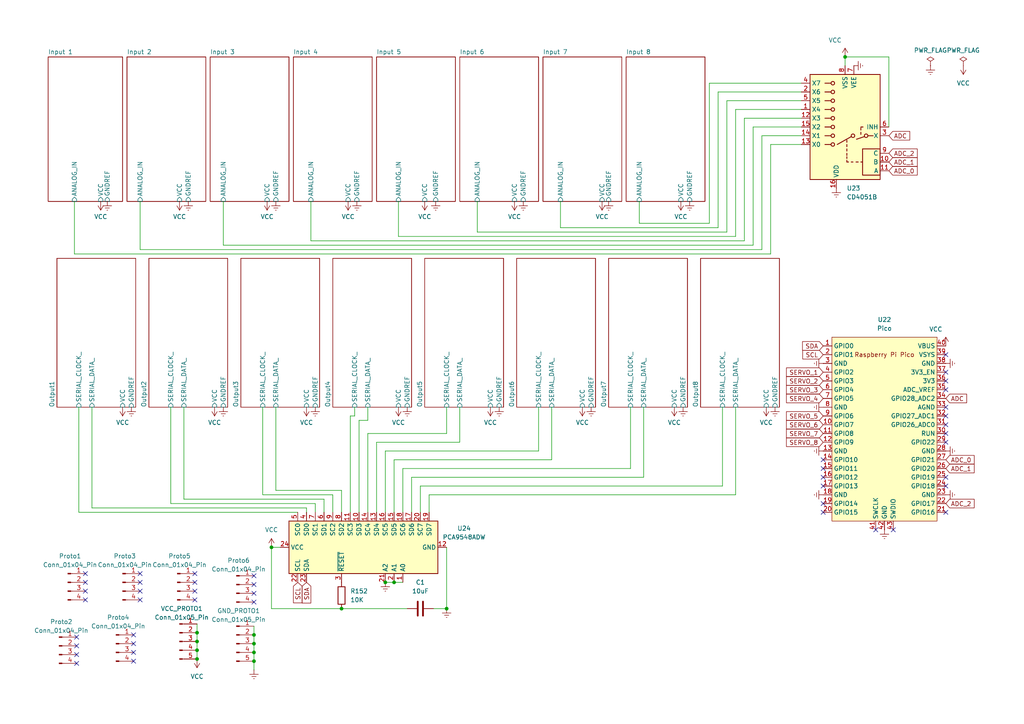
<source format=kicad_sch>
(kicad_sch (version 20231120) (generator "eeschema") (generator_version "8.0")
  (paper "A4")
  (lib_symbols
    (symbol "Analog_Switch:CD4051B"
      (property "Reference" "U" (at -10.16 16.51 0))
      (property "Value" "CD4051B" (at 3.81 16.51 0))
      (symbol "CD4051B_0_1"
        (rectangle (start -10.16 6.35) (end -5.08 13.97) (stroke (width 0.254)))
        (rectangle (start -10.16 15.24) (end 10.16 -15.24) (stroke (width 0.254)) (fill (type background)))
        (circle (center -6.096 2.54) (radius 0.508) (stroke (width 0.254)))
        (circle (center -2.286 2.54) (radius 0.508) (stroke (width 0.254)))
        (polyline (pts (xy -8.128 2.54) (xy -6.604 2.54)) (stroke (width 0.254)))
        (polyline (pts (xy -5.588 2.794) (xy -3.302 3.556)) (stroke (width 0.254)))
        (polyline (pts (xy -4.572 0) (xy -5.207 0)) (stroke (width 0.254)))
        (polyline (pts (xy -4.572 0.254) (xy -4.572 0.889)) (stroke (width 0.254)))
        (polyline (pts (xy -4.572 1.524) (xy -4.572 2.159)) (stroke (width 0.254)))
        (polyline (pts (xy -4.572 10.16) (xy -5.08 10.16)) (stroke (width 0.254)))
        (polyline (pts (xy -3.81 10.16) (xy -3.175 10.16)) (stroke (width 0.254)))
        (polyline (pts (xy -1.778 2.794) (xy 2.286 5.08)) (stroke (width 0.254)))
        (polyline (pts (xy -1.778 10.16) (xy -2.286 10.16)) (stroke (width 0.254)))
        (polyline (pts (xy -0.508 3.81) (xy -0.508 4.445)) (stroke (width 0.254)))
        (polyline (pts (xy -0.508 5.08) (xy -0.508 5.715)) (stroke (width 0.254)))
        (polyline (pts (xy -0.508 6.35) (xy -0.508 6.985)) (stroke (width 0.254)))
        (polyline (pts (xy -0.508 7.62) (xy -0.508 8.255)) (stroke (width 0.254)))
        (polyline (pts (xy -0.508 8.636) (xy -0.508 9.144)) (stroke (width 0.254)))
        (polyline (pts (xy -0.508 9.652) (xy -0.508 10.16)) (stroke (width 0.254)))
        (polyline (pts (xy -0.508 10.16) (xy -1.016 10.16)) (stroke (width 0.254)))
        (polyline (pts (xy 4.064 -12.7) (xy 5.842 -12.7)) (stroke (width 0.254)))
        (polyline (pts (xy 4.064 -10.16) (xy 5.842 -10.16)) (stroke (width 0.254)))
        (polyline (pts (xy 4.064 -7.62) (xy 5.842 -7.62)) (stroke (width 0.254)))
        (polyline (pts (xy 4.064 -5.08) (xy 5.842 -5.08)) (stroke (width 0.254)))
        (polyline (pts (xy 4.064 -2.54) (xy 5.842 -2.54)) (stroke (width 0.254)))
        (polyline (pts (xy 4.064 0) (xy 5.842 0)) (stroke (width 0.254)))
        (polyline (pts (xy 4.064 2.54) (xy 5.842 2.54)) (stroke (width 0.254)))
        (polyline (pts (xy 4.064 5.08) (xy 5.842 5.08)) (stroke (width 0.254)))
        (circle (center 3.556 -12.7) (radius 0.508) (stroke (width 0.254)))
        (circle (center 3.556 -10.16) (radius 0.508) (stroke (width 0.254)))
        (circle (center 3.556 -7.62) (radius 0.508) (stroke (width 0.254)))
        (circle (center 3.556 -5.08) (radius 0.508) (stroke (width 0.254)))
        (circle (center 3.556 -2.54) (radius 0.508) (stroke (width 0.254)))
        (circle (center 3.556 0) (radius 0.508) (stroke (width 0.254)))
        (circle (center 3.556 2.54) (radius 0.508) (stroke (width 0.254)))
        (circle (center 3.556 5.08) (radius 0.508) (stroke (width 0.254)))
      )
      (symbol "CD4051B_1_1"
        (pin bidirectional line (at 12.7 -5.08 180) (length 2.54) (name "X4") (number "1"))
        (pin input line (at -12.7 10.16 0) (length 2.54) (name "B") (number "10"))
        (pin input line (at -12.7 12.7 0) (length 2.54) (name "A") (number "11"))
        (pin bidirectional line (at 12.7 -2.54 180) (length 2.54) (name "X3") (number "12"))
        (pin bidirectional line (at 12.7 5.08 180) (length 2.54) (name "X0") (number "13"))
        (pin bidirectional line (at 12.7 2.54 180) (length 2.54) (name "X1") (number "14"))
        (pin bidirectional line (at 12.7 0 180) (length 2.54) (name "X2") (number "15"))
        (pin power_in line (at 2.54 17.78 270) (length 2.54) (name "VDD") (number "16"))
        (pin bidirectional line (at 12.7 -10.16 180) (length 2.54) (name "X6") (number "2"))
        (pin bidirectional line (at -12.7 2.54 0) (length 2.54) (name "X") (number "3"))
        (pin bidirectional line (at 12.7 -12.7 180) (length 2.54) (name "X7") (number "4"))
        (pin bidirectional line (at 12.7 -7.62 180) (length 2.54) (name "X5") (number "5"))
        (pin input line (at -12.7 0 0) (length 2.54) (name "INH") (number "6"))
        (pin power_in line (at -2.54 -17.78 90) (length 2.54) (name "VEE") (number "7"))
        (pin power_in line (at 0 -17.78 90) (length 2.54) (name "VSS") (number "8"))
        (pin input line (at -12.7 7.62 0) (length 2.54) (name "C") (number "9"))
      )
    )
    (symbol "Connector:Conn_01x04_Pin" (pin_names (offset 1.016) hide)
      (property "Reference" "J" (at 0 5.08 0))
      (property "Value" "Conn_01x04_Pin" (at 0 -7.62 0))
      (symbol "Conn_01x04_Pin_1_1"
        (polyline (pts (xy 1.27 -5.08) (xy 0.8636 -5.08)) (stroke (width 0.1524)))
        (polyline (pts (xy 1.27 -2.54) (xy 0.8636 -2.54)) (stroke (width 0.1524)))
        (polyline (pts (xy 1.27 0) (xy 0.8636 0)) (stroke (width 0.1524)))
        (polyline (pts (xy 1.27 2.54) (xy 0.8636 2.54)) (stroke (width 0.1524)))
        (rectangle (start 0.8636 -4.953) (end 0 -5.207) (stroke (width 0.1524)) (fill (type outline)))
        (rectangle (start 0.8636 -2.413) (end 0 -2.667) (stroke (width 0.1524)) (fill (type outline)))
        (rectangle (start 0.8636 0.127) (end 0 -0.127) (stroke (width 0.1524)) (fill (type outline)))
        (rectangle (start 0.8636 2.667) (end 0 2.413) (stroke (width 0.1524)) (fill (type outline)))
        (pin passive line (at 5.08 2.54 180) (length 3.81) (name "Pin_1") (number "1"))
        (pin passive line (at 5.08 0 180) (length 3.81) (name "Pin_2") (number "2"))
        (pin passive line (at 5.08 -2.54 180) (length 3.81) (name "Pin_3") (number "3"))
        (pin passive line (at 5.08 -5.08 180) (length 3.81) (name "Pin_4") (number "4"))
      )
    )
    (symbol "Connector:Conn_01x05_Pin" (pin_names (offset 1.016) hide)
      (property "Reference" "J" (at 0 7.62 0))
      (property "Value" "Conn_01x05_Pin" (at 0 -7.62 0))
      (symbol "Conn_01x05_Pin_1_1"
        (polyline (pts (xy 1.27 -5.08) (xy 0.8636 -5.08)) (stroke (width 0.1524)))
        (polyline (pts (xy 1.27 -2.54) (xy 0.8636 -2.54)) (stroke (width 0.1524)))
        (polyline (pts (xy 1.27 0) (xy 0.8636 0)) (stroke (width 0.1524)))
        (polyline (pts (xy 1.27 2.54) (xy 0.8636 2.54)) (stroke (width 0.1524)))
        (polyline (pts (xy 1.27 5.08) (xy 0.8636 5.08)) (stroke (width 0.1524)))
        (rectangle (start 0.8636 -4.953) (end 0 -5.207) (stroke (width 0.1524)) (fill (type outline)))
        (rectangle (start 0.8636 -2.413) (end 0 -2.667) (stroke (width 0.1524)) (fill (type outline)))
        (rectangle (start 0.8636 0.127) (end 0 -0.127) (stroke (width 0.1524)) (fill (type outline)))
        (rectangle (start 0.8636 2.667) (end 0 2.413) (stroke (width 0.1524)) (fill (type outline)))
        (rectangle (start 0.8636 5.207) (end 0 4.953) (stroke (width 0.1524)) (fill (type outline)))
        (pin passive line (at 5.08 5.08 180) (length 3.81) (name "Pin_1") (number "1"))
        (pin passive line (at 5.08 2.54 180) (length 3.81) (name "Pin_2") (number "2"))
        (pin passive line (at 5.08 0 180) (length 3.81) (name "Pin_3") (number "3"))
        (pin passive line (at 5.08 -2.54 180) (length 3.81) (name "Pin_4") (number "4"))
        (pin passive line (at 5.08 -5.08 180) (length 3.81) (name "Pin_5") (number "5"))
      )
    )
    (symbol "Device:C" (pin_numbers hide) (pin_names (offset 0.254))
      (property "Reference" "C" (at 0.635 2.54 0))
      (property "Value" "C" (at 0.635 -2.54 0))
      (symbol "C_0_1"
        (polyline (pts (xy -2.032 -0.762) (xy 2.032 -0.762)) (stroke (width 0.508)))
        (polyline (pts (xy -2.032 0.762) (xy 2.032 0.762)) (stroke (width 0.508)))
      )
      (symbol "C_1_1"
        (pin passive line (at 0 3.81 270) (length 2.794) (name "~") (number "1"))
        (pin passive line (at 0 -3.81 90) (length 2.794) (name "~") (number "2"))
      )
    )
    (symbol "Device:R" (pin_numbers hide) (pin_names (offset 0))
      (property "Reference" "R" (at 2.032 0 90))
      (property "Value" "R" (at 0 0 90))
      (symbol "R_0_1"
        (rectangle (start -1.016 -2.54) (end 1.016 2.54) (stroke (width 0.254)))
      )
      (symbol "R_1_1"
        (pin passive line (at 0 3.81 270) (length 1.27) (name "~") (number "1"))
        (pin passive line (at 0 -3.81 90) (length 1.27) (name "~") (number "2"))
      )
    )
    (symbol "Interface_Expansion:PCA9548ADW"
      (property "Reference" "U" (at -7.62 21.59 0))
      (property "Value" "PCA9548ADW" (at 1.016 21.59 0))
      (symbol "PCA9548ADW_0_1"
        (rectangle (start -7.62 20.32) (end 7.62 -22.86) (stroke (width 0.254)) (fill (type background)))
      )
      (symbol "PCA9548ADW_1_1"
        (pin input line (at -10.16 -12.7 0) (length 2.54) (name "A0") (number "1"))
        (pin bidirectional line (at 10.16 0 180) (length 2.54) (name "SD3") (number "10"))
        (pin output line (at 10.16 2.54 180) (length 2.54) (name "SC3") (number "11"))
        (pin power_in line (at 0 -25.4 90) (length 2.54) (name "GND") (number "12"))
        (pin bidirectional line (at 10.16 -5.08 180) (length 2.54) (name "SD4") (number "13"))
        (pin output line (at 10.16 -2.54 180) (length 2.54) (name "SC4") (number "14"))
        (pin bidirectional line (at 10.16 -10.16 180) (length 2.54) (name "SD5") (number "15"))
        (pin output line (at 10.16 -7.62 180) (length 2.54) (name "SC5") (number "16"))
        (pin bidirectional line (at 10.16 -15.24 180) (length 2.54) (name "SD6") (number "17"))
        (pin output line (at 10.16 -12.7 180) (length 2.54) (name "SC6") (number "18"))
        (pin bidirectional line (at 10.16 -20.32 180) (length 2.54) (name "SD7") (number "19"))
        (pin input line (at -10.16 -10.16 0) (length 2.54) (name "A1") (number "2"))
        (pin output line (at 10.16 -17.78 180) (length 2.54) (name "SC7") (number "20"))
        (pin input line (at -10.16 -7.62 0) (length 2.54) (name "A2") (number "21"))
        (pin input line (at -10.16 17.78 0) (length 2.54) (name "SCL") (number "22"))
        (pin bidirectional line (at -10.16 15.24 0) (length 2.54) (name "SDA") (number "23"))
        (pin power_in line (at 0 22.86 270) (length 2.54) (name "VCC") (number "24"))
        (pin input line (at -10.16 5.08 0) (length 2.54) (name "~{RESET}") (number "3"))
        (pin bidirectional line (at 10.16 15.24 180) (length 2.54) (name "SD0") (number "4"))
        (pin output line (at 10.16 17.78 180) (length 2.54) (name "SC0") (number "5"))
        (pin bidirectional line (at 10.16 10.16 180) (length 2.54) (name "SD1") (number "6"))
        (pin output line (at 10.16 12.7 180) (length 2.54) (name "SC1") (number "7"))
        (pin bidirectional line (at 10.16 5.08 180) (length 2.54) (name "SD2") (number "8"))
        (pin output line (at 10.16 7.62 180) (length 2.54) (name "SC2") (number "9"))
      )
    )
    (symbol "MCU_RaspberryPi_and_Boards:Pico"
      (property "Reference" "U" (at -13.97 27.94 0))
      (property "Value" "Pico" (at 0 19.05 0))
      (symbol "Pico_0_0"
        (text "Raspberry Pi Pico" (at 0 21.59 0) (effects (font (size 1.27 1.27))))
      )
      (symbol "Pico_0_1"
        (rectangle (start -15.24 26.67) (end 15.24 -26.67) (fill (type background)))
      )
      (symbol "Pico_1_1"
        (pin bidirectional line (at -17.78 24.13 0) (length 2.54) (name "GPIO0") (number "1"))
        (pin bidirectional line (at -17.78 1.27 0) (length 2.54) (name "GPIO7") (number "10"))
        (pin bidirectional line (at -17.78 -1.27 0) (length 2.54) (name "GPIO8") (number "11"))
        (pin bidirectional line (at -17.78 -3.81 0) (length 2.54) (name "GPIO9") (number "12"))
        (pin power_in line (at -17.78 -6.35 0) (length 2.54) (name "GND") (number "13"))
        (pin bidirectional line (at -17.78 -8.89 0) (length 2.54) (name "GPIO10") (number "14"))
        (pin bidirectional line (at -17.78 -11.43 0) (length 2.54) (name "GPIO11") (number "15"))
        (pin bidirectional line (at -17.78 -13.97 0) (length 2.54) (name "GPIO12") (number "16"))
        (pin bidirectional line (at -17.78 -16.51 0) (length 2.54) (name "GPIO13") (number "17"))
        (pin power_in line (at -17.78 -19.05 0) (length 2.54) (name "GND") (number "18"))
        (pin bidirectional line (at -17.78 -21.59 0) (length 2.54) (name "GPIO14") (number "19"))
        (pin bidirectional line (at -17.78 21.59 0) (length 2.54) (name "GPIO1") (number "2"))
        (pin bidirectional line (at -17.78 -24.13 0) (length 2.54) (name "GPIO15") (number "20"))
        (pin bidirectional line (at 17.78 -24.13 180) (length 2.54) (name "GPIO16") (number "21"))
        (pin bidirectional line (at 17.78 -21.59 180) (length 2.54) (name "GPIO17") (number "22"))
        (pin power_in line (at 17.78 -19.05 180) (length 2.54) (name "GND") (number "23"))
        (pin bidirectional line (at 17.78 -16.51 180) (length 2.54) (name "GPIO18") (number "24"))
        (pin bidirectional line (at 17.78 -13.97 180) (length 2.54) (name "GPIO19") (number "25"))
        (pin bidirectional line (at 17.78 -11.43 180) (length 2.54) (name "GPIO20") (number "26"))
        (pin bidirectional line (at 17.78 -8.89 180) (length 2.54) (name "GPIO21") (number "27"))
        (pin power_in line (at 17.78 -6.35 180) (length 2.54) (name "GND") (number "28"))
        (pin bidirectional line (at 17.78 -3.81 180) (length 2.54) (name "GPIO22") (number "29"))
        (pin power_in line (at -17.78 19.05 0) (length 2.54) (name "GND") (number "3"))
        (pin input line (at 17.78 -1.27 180) (length 2.54) (name "RUN") (number "30"))
        (pin bidirectional line (at 17.78 1.27 180) (length 2.54) (name "GPIO26_ADC0") (number "31"))
        (pin bidirectional line (at 17.78 3.81 180) (length 2.54) (name "GPIO27_ADC1") (number "32"))
        (pin power_in line (at 17.78 6.35 180) (length 2.54) (name "AGND") (number "33"))
        (pin bidirectional line (at 17.78 8.89 180) (length 2.54) (name "GPIO28_ADC2") (number "34"))
        (pin power_in line (at 17.78 11.43 180) (length 2.54) (name "ADC_VREF") (number "35"))
        (pin power_in line (at 17.78 13.97 180) (length 2.54) (name "3V3") (number "36"))
        (pin input line (at 17.78 16.51 180) (length 2.54) (name "3V3_EN") (number "37"))
        (pin bidirectional line (at 17.78 19.05 180) (length 2.54) (name "GND") (number "38"))
        (pin power_in line (at 17.78 21.59 180) (length 2.54) (name "VSYS") (number "39"))
        (pin bidirectional line (at -17.78 16.51 0) (length 2.54) (name "GPIO2") (number "4"))
        (pin power_in line (at 17.78 24.13 180) (length 2.54) (name "VBUS") (number "40"))
        (pin input line (at -2.54 -29.21 90) (length 2.54) (name "SWCLK") (number "41"))
        (pin power_in line (at 0 -29.21 90) (length 2.54) (name "GND") (number "42"))
        (pin bidirectional line (at 2.54 -29.21 90) (length 2.54) (name "SWDIO") (number "43"))
        (pin bidirectional line (at -17.78 13.97 0) (length 2.54) (name "GPIO3") (number "5"))
        (pin bidirectional line (at -17.78 11.43 0) (length 2.54) (name "GPIO4") (number "6"))
        (pin bidirectional line (at -17.78 8.89 0) (length 2.54) (name "GPIO5") (number "7"))
        (pin power_in line (at -17.78 6.35 0) (length 2.54) (name "GND") (number "8"))
        (pin bidirectional line (at -17.78 3.81 0) (length 2.54) (name "GPIO6") (number "9"))
      )
    )
    (symbol "power:GNDREF" (power) (pin_numbers hide) (pin_names (offset 0) hide)
      (property "Value" "GNDREF" (at 0 -3.81 0))
      (symbol "GNDREF_0_1"
        (polyline (pts (xy -0.635 -1.905) (xy 0.635 -1.905)))
        (polyline (pts (xy -0.127 -2.54) (xy 0.127 -2.54)))
        (polyline (pts (xy 0 -1.27) (xy 0 0)))
        (polyline (pts (xy 1.27 -1.27) (xy -1.27 -1.27)))
      )
      (symbol "GNDREF_1_1"
        (pin power_in line (at 0 0 270) (length 0) (name "~") (number "1"))
      )
    )
    (symbol "power:PWR_FLAG" (power) (pin_numbers hide) (pin_names (offset 0) hide)
      (property "Value" "PWR_FLAG" (at 0 3.81 0))
      (symbol "PWR_FLAG_0_0"
        (pin power_out line (at 0 0 90) (length 0) (name "~") (number "1"))
      )
      (symbol "PWR_FLAG_0_1"
        (polyline (pts (xy 0 0) (xy 0 1.27) (xy -1.016 1.905) (xy 0 2.54) (xy 1.016 1.905) (xy 0 1.27)))
      )
    )
    (symbol "power:VCC" (power) (pin_numbers hide) (pin_names (offset 0) hide)
      (property "Value" "VCC" (at 0 3.556 0))
      (symbol "VCC_0_1"
        (polyline (pts (xy -0.762 1.27) (xy 0 2.54)))
        (polyline (pts (xy 0 0) (xy 0 2.54)))
        (polyline (pts (xy 0 2.54) (xy 0.762 1.27)))
      )
      (symbol "VCC_1_1"
        (pin power_in line (at 0 0 90) (length 0) (name "~") (number "1"))
      )
    )
  )
  (junction (at 111.76 168.91))
  (junction (at 73.66 191.77))
  (junction (at 78.74 158.75))
  (junction (at 57.15 186.055))
  (junction (at 57.15 183.515))
  (junction (at 73.66 189.23))
  (junction (at 57.15 188.595))
  (junction (at 114.3 168.91))
  (junction (at 99.06 176.53))
  (junction (at 73.66 186.69))
  (junction (at 245.11 16.51))
  (junction (at 129.54 176.53))
  (junction (at 57.15 191.135))
  (junction (at 73.66 184.15))
  (no_connect (at 24.765 171.45))
  (no_connect (at 238.76 138.43))
  (no_connect (at 38.735 189.23))
  (no_connect (at 254 153.67))
  (no_connect (at 38.735 184.15))
  (no_connect (at 73.66 172.085))
  (no_connect (at 274.32 110.49))
  (no_connect (at 274.32 148.59))
  (no_connect (at 24.765 173.99))
  (no_connect (at 24.765 166.37))
  (no_connect (at 73.66 167.005))
  (no_connect (at 38.735 191.77))
  (no_connect (at 24.765 168.91))
  (no_connect (at 40.64 166.37))
  (no_connect (at 56.515 171.45))
  (no_connect (at 22.225 189.865))
  (no_connect (at 56.515 173.99))
  (no_connect (at 274.32 120.65))
  (no_connect (at 38.735 186.69))
  (no_connect (at 40.64 171.45))
  (no_connect (at 73.66 169.545))
  (no_connect (at 73.66 174.625))
  (no_connect (at 274.32 118.11))
  (no_connect (at 238.76 133.35))
  (no_connect (at 274.32 123.19))
  (no_connect (at 274.32 125.73))
  (no_connect (at 274.32 138.43))
  (no_connect (at 274.32 107.95))
  (no_connect (at 238.76 148.59))
  (no_connect (at 56.515 166.37))
  (no_connect (at 238.76 140.97))
  (no_connect (at 259.08 153.67))
  (no_connect (at 22.225 184.785))
  (no_connect (at 22.225 192.405))
  (no_connect (at 40.64 168.91))
  (no_connect (at 22.225 187.325))
  (no_connect (at 274.32 140.97))
  (no_connect (at 238.76 135.89))
  (no_connect (at 40.64 173.99))
  (no_connect (at 56.515 168.91))
  (no_connect (at 274.32 128.27))
  (no_connect (at 238.76 146.05))
  (no_connect (at 274.32 113.03))
  (no_connect (at 274.32 102.87))
  (wire (pts (xy 57.15 186.055) (xy 57.15 188.595)))
  (wire (pts (xy 245.11 16.51) (xy 245.11 19.05)))
  (wire (pts (xy 115.57 68.58) (xy 213.36 68.58)))
  (wire (pts (xy 133.35 128.27) (xy 133.35 118.11)))
  (wire (pts (xy 102.87 120.65) (xy 102.87 118.11)))
  (wire (pts (xy 93.98 144.78) (xy 53.34 144.78)))
  (wire (pts (xy 40.64 58.42) (xy 40.64 72.39)))
  (wire (pts (xy 49.53 146.05) (xy 49.53 118.11)))
  (wire (pts (xy 185.42 64.77) (xy 205.74 64.77)))
  (wire (pts (xy 26.67 147.32) (xy 88.9 147.32)))
  (wire (pts (xy 121.92 148.59) (xy 121.92 140.97)))
  (wire (pts (xy 208.28 66.04) (xy 162.56 66.04)))
  (wire (pts (xy 232.41 31.75) (xy 213.36 31.75)))
  (wire (pts (xy 91.44 146.05) (xy 49.53 146.05)))
  (wire (pts (xy 21.59 73.66) (xy 223.52 73.66)))
  (wire (pts (xy 257.81 16.51) (xy 245.11 16.51)))
  (wire (pts (xy 213.36 31.75) (xy 213.36 68.58)))
  (wire (pts (xy 114.3 148.59) (xy 114.3 133.35)))
  (wire (pts (xy 208.28 26.67) (xy 208.28 66.04)))
  (wire (pts (xy 115.57 58.42) (xy 115.57 68.58)))
  (wire (pts (xy 114.3 168.91) (xy 116.84 168.91)))
  (wire (pts (xy 106.68 125.73) (xy 106.68 148.59)))
  (wire (pts (xy 209.55 140.97) (xy 209.55 118.11)))
  (wire (pts (xy 210.82 29.21) (xy 210.82 67.31)))
  (wire (pts (xy 26.67 118.11) (xy 26.67 147.32)))
  (wire (pts (xy 57.15 188.595) (xy 57.15 191.135)))
  (wire (pts (xy 186.69 118.11) (xy 186.69 138.43)))
  (wire (pts (xy 78.74 176.53) (xy 99.06 176.53)))
  (wire (pts (xy 73.66 189.23) (xy 73.66 191.77)))
  (wire (pts (xy 232.41 36.83) (xy 218.44 36.83)))
  (wire (pts (xy 129.54 118.11) (xy 129.54 125.73)))
  (wire (pts (xy 73.66 186.69) (xy 73.66 189.23)))
  (wire (pts (xy 78.74 158.75) (xy 78.74 176.53)))
  (wire (pts (xy 162.56 58.42) (xy 162.56 66.04)))
  (wire (pts (xy 86.36 148.59) (xy 22.86 148.59)))
  (wire (pts (xy 109.22 148.59) (xy 109.22 128.27)))
  (wire (pts (xy 213.36 143.51) (xy 124.46 143.51)))
  (wire (pts (xy 91.44 148.59) (xy 91.44 146.05)))
  (wire (pts (xy 90.17 69.85) (xy 215.9 69.85)))
  (wire (pts (xy 223.52 41.91) (xy 223.52 73.66)))
  (wire (pts (xy 160.02 133.35) (xy 160.02 118.11)))
  (wire (pts (xy 205.74 24.13) (xy 205.74 64.77)))
  (wire (pts (xy 101.6 148.59) (xy 101.6 120.65)))
  (wire (pts (xy 213.36 118.11) (xy 213.36 143.51)))
  (wire (pts (xy 232.41 39.37) (xy 220.98 39.37)))
  (wire (pts (xy 111.76 148.59) (xy 111.76 130.81)))
  (wire (pts (xy 111.76 168.91) (xy 114.3 168.91)))
  (wire (pts (xy 93.98 148.59) (xy 93.98 144.78)))
  (wire (pts (xy 182.88 135.89) (xy 182.88 118.11)))
  (wire (pts (xy 232.41 26.67) (xy 208.28 26.67)))
  (wire (pts (xy 232.41 34.29) (xy 215.9 34.29)))
  (wire (pts (xy 73.66 181.61) (xy 73.66 184.15)))
  (wire (pts (xy 53.34 144.78) (xy 53.34 118.11)))
  (wire (pts (xy 101.6 120.65) (xy 102.87 120.65)))
  (wire (pts (xy 138.43 58.42) (xy 138.43 67.31)))
  (wire (pts (xy 185.42 58.42) (xy 185.42 64.77)))
  (wire (pts (xy 57.15 180.975) (xy 57.15 183.515)))
  (wire (pts (xy 99.06 176.53) (xy 118.11 176.53)))
  (wire (pts (xy 215.9 34.29) (xy 215.9 69.85)))
  (wire (pts (xy 80.01 142.24) (xy 99.06 142.24)))
  (wire (pts (xy 124.46 143.51) (xy 124.46 148.59)))
  (wire (pts (xy 232.41 24.13) (xy 205.74 24.13)))
  (wire (pts (xy 186.69 138.43) (xy 119.38 138.43)))
  (wire (pts (xy 218.44 36.83) (xy 218.44 71.12)))
  (wire (pts (xy 22.86 148.59) (xy 22.86 118.11)))
  (wire (pts (xy 114.3 133.35) (xy 160.02 133.35)))
  (wire (pts (xy 106.68 118.11) (xy 106.68 121.92)))
  (wire (pts (xy 76.2 143.51) (xy 76.2 118.11)))
  (wire (pts (xy 99.06 142.24) (xy 99.06 148.59)))
  (wire (pts (xy 129.54 158.75) (xy 129.54 176.53)))
  (wire (pts (xy 73.66 191.77) (xy 73.66 194.31)))
  (wire (pts (xy 232.41 41.91) (xy 223.52 41.91)))
  (wire (pts (xy 129.54 176.53) (xy 125.73 176.53)))
  (wire (pts (xy 90.17 58.42) (xy 90.17 69.85)))
  (wire (pts (xy 116.84 135.89) (xy 182.88 135.89)))
  (wire (pts (xy 64.77 58.42) (xy 64.77 71.12)))
  (wire (pts (xy 220.98 39.37) (xy 220.98 72.39)))
  (wire (pts (xy 116.84 148.59) (xy 116.84 135.89)))
  (wire (pts (xy 96.52 143.51) (xy 76.2 143.51)))
  (wire (pts (xy 104.14 121.92) (xy 104.14 148.59)))
  (wire (pts (xy 109.22 128.27) (xy 133.35 128.27)))
  (wire (pts (xy 257.81 16.51) (xy 257.81 36.83)))
  (wire (pts (xy 111.76 130.81) (xy 156.21 130.81)))
  (wire (pts (xy 156.21 130.81) (xy 156.21 118.11)))
  (wire (pts (xy 121.92 140.97) (xy 209.55 140.97)))
  (wire (pts (xy 119.38 138.43) (xy 119.38 148.59)))
  (wire (pts (xy 64.77 71.12) (xy 218.44 71.12)))
  (wire (pts (xy 232.41 29.21) (xy 210.82 29.21)))
  (wire (pts (xy 21.59 58.42) (xy 21.59 73.66)))
  (wire (pts (xy 96.52 148.59) (xy 96.52 143.51)))
  (wire (pts (xy 106.68 121.92) (xy 104.14 121.92)))
  (wire (pts (xy 73.66 184.15) (xy 73.66 186.69)))
  (wire (pts (xy 57.15 183.515) (xy 57.15 186.055)))
  (wire (pts (xy 129.54 125.73) (xy 106.68 125.73)))
  (wire (pts (xy 88.9 147.32) (xy 88.9 148.59)))
  (wire (pts (xy 78.74 158.75) (xy 81.28 158.75)))
  (wire (pts (xy 210.82 67.31) (xy 138.43 67.31)))
  (wire (pts (xy 80.01 118.11) (xy 80.01 142.24)))
  (wire (pts (xy 40.64 72.39) (xy 220.98 72.39)))
  (global_label "SERVO_7" (shape input) (at 238.76 125.73 180) (property "Intersheetrefs" "${INTERSHEET_REFS}" (effects (hide yes))))
  (global_label "ADC_1" (shape input) (at 257.81 46.99 0) (property "Intersheetrefs" "${INTERSHEET_REFS}" (effects (hide yes))))
  (global_label "SERVO_1" (shape input) (at 238.76 107.95 180) (property "Intersheetrefs" "${INTERSHEET_REFS}" (effects (hide yes))))
  (global_label "SERVO_4" (shape input) (at 238.76 115.57 180) (property "Intersheetrefs" "${INTERSHEET_REFS}" (effects (hide yes))))
  (global_label "ADC_0" (shape input) (at 274.32 133.35 0) (property "Intersheetrefs" "${INTERSHEET_REFS}" (effects (hide yes))))
  (global_label "ADC" (shape input) (at 257.81 39.37 0) (property "Intersheetrefs" "${INTERSHEET_REFS}" (effects (hide yes))))
  (global_label "SDA" (shape input) (at 88.9 168.91 270) (property "Intersheetrefs" "${INTERSHEET_REFS}" (effects (hide yes))))
  (global_label "ADC_1" (shape input) (at 274.32 135.89 0) (property "Intersheetrefs" "${INTERSHEET_REFS}" (effects (hide yes))))
  (global_label "SERVO_8" (shape input) (at 238.76 128.27 180) (property "Intersheetrefs" "${INTERSHEET_REFS}" (effects (hide yes))))
  (global_label "SERVO_2" (shape input) (at 238.76 110.49 180) (property "Intersheetrefs" "${INTERSHEET_REFS}" (effects (hide yes))))
  (global_label "SERVO_5" (shape input) (at 238.76 120.65 180) (property "Intersheetrefs" "${INTERSHEET_REFS}" (effects (hide yes))))
  (global_label "SCL" (shape input) (at 238.76 102.87 180) (property "Intersheetrefs" "${INTERSHEET_REFS}" (effects (hide yes))))
  (global_label "ADC_0" (shape input) (at 257.81 49.53 0) (property "Intersheetrefs" "${INTERSHEET_REFS}" (effects (hide yes))))
  (global_label "SERVO_6" (shape input) (at 238.76 123.19 180) (property "Intersheetrefs" "${INTERSHEET_REFS}" (effects (hide yes))))
  (global_label "ADC_2" (shape input) (at 257.81 44.45 0) (property "Intersheetrefs" "${INTERSHEET_REFS}" (effects (hide yes))))
  (global_label "SDA" (shape input) (at 238.76 100.33 180) (property "Intersheetrefs" "${INTERSHEET_REFS}" (effects (hide yes))))
  (global_label "ADC_2" (shape input) (at 274.32 146.05 0) (property "Intersheetrefs" "${INTERSHEET_REFS}" (effects (hide yes))))
  (global_label "SCL" (shape input) (at 86.36 168.91 270) (property "Intersheetrefs" "${INTERSHEET_REFS}" (effects (hide yes))))
  (global_label "ADC" (shape input) (at 274.32 115.57 0) (property "Intersheetrefs" "${INTERSHEET_REFS}" (effects (hide yes))))
  (global_label "SERVO_3" (shape input) (at 238.76 113.03 180) (property "Intersheetrefs" "${INTERSHEET_REFS}" (effects (hide yes))))
  (symbol (lib_id "power:GNDREF") (at 242.57 54.61 0) (unit 1)
    (property "Reference" "#PWR0240" (effects (hide yes)))
    (property "Value" "GNDREF" (effects (hide yes)))
    (property "Description" "Power symbol creates a global label with name \"GNDREF\" , reference supply ground" (effects (hide yes)))
  )
  (symbol (lib_id "Connector:Conn_01x04_Pin") (at 35.56 168.91 0) (unit 1)
    (property "Reference" "Proto3" (at 36.195 161.29 0))
    (property "Value" "Conn_01x04_Pin" (at 36.195 163.83 0))
    (property "Footprint" "Connector_PinHeader_2.54mm:PinHeader_1x04_P2.54mm_Vertical" (effects (hide yes)))
    (property "Description" "Generic connector, single row, 01x04, script generated" (effects (hide yes)))
  )
  (symbol (lib_id "power:PWR_FLAG") (at 269.875 19.05 0) (unit 1)
    (property "Reference" "#FLG01" (effects (hide yes)))
    (property "Value" "PWR_FLAG" (at 269.875 14.605 0))
    (property "Description" "Special symbol for telling ERC where power comes from" (effects (hide yes)))
  )
  (symbol (lib_id "power:GNDREF") (at 200.025 58.42 0) (unit 1)
    (property "Reference" "#PWR0167" (effects (hide yes)))
    (property "Value" "GNDREF" (effects (hide yes)))
    (property "Description" "Power symbol creates a global label with name \"GNDREF\" , reference supply ground" (effects (hide yes)))
  )
  (symbol (lib_id "power:GNDREF") (at 274.32 143.51 90) (unit 1)
    (property "Reference" "#PWR0234" (effects (hide yes)))
    (property "Value" "GNDREF" (effects (hide yes)))
    (property "Description" "Power symbol creates a global label with name \"GNDREF\" , reference supply ground" (effects (hide yes)))
  )
  (symbol (lib_id "power:PWR_FLAG") (at 279.4 19.05 0) (unit 1)
    (property "Reference" "#FLG02" (effects (hide yes)))
    (property "Value" "PWR_FLAG" (at 279.4 14.605 0))
    (property "Description" "Special symbol for telling ERC where power comes from" (effects (hide yes)))
  )
  (symbol (lib_id "power:GNDREF") (at 151.765 58.42 0) (unit 1)
    (property "Reference" "#PWR0161" (effects (hide yes)))
    (property "Value" "GNDREF" (effects (hide yes)))
    (property "Description" "Power symbol creates a global label with name \"GNDREF\" , reference supply ground" (effects (hide yes)))
  )
  (symbol (lib_id "Connector:Conn_01x04_Pin") (at 33.655 186.69 0) (unit 1)
    (property "Reference" "Proto4" (at 34.29 179.07 0))
    (property "Value" "Conn_01x04_Pin" (at 34.29 181.61 0))
    (property "Footprint" "Connector_PinHeader_2.54mm:PinHeader_1x04_P2.54mm_Vertical" (effects (hide yes)))
    (property "Description" "Generic connector, single row, 01x04, script generated" (effects (hide yes)))
  )
  (symbol (lib_id "power:GNDREF") (at 64.77 118.11 0) (unit 1)
    (property "Reference" "#PWR0209" (effects (hide yes)))
    (property "Value" "GNDREF" (effects (hide yes)))
    (property "Description" "Power symbol creates a global label with name \"GNDREF\" , reference supply ground" (effects (hide yes)))
  )
  (symbol (lib_id "power:VCC") (at 62.23 118.11 180) (unit 1)
    (property "Reference" "#PWR0208" (effects (hide yes)))
    (property "Value" "VCC" (at 62.23 122.555 0))
    (property "Description" "Power symbol creates a global label with name \"VCC\"" (effects (hide yes)))
  )
  (symbol (lib_id "power:VCC") (at 52.07 58.42 180) (unit 1)
    (property "Reference" "#PWR0148" (effects (hide yes)))
    (property "Value" "VCC" (at 52.07 62.865 0))
    (property "Description" "Power symbol creates a global label with name \"VCC\"" (effects (hide yes)))
  )
  (symbol (lib_id "power:GNDREF") (at 171.45 118.11 0) (unit 1)
    (property "Reference" "#PWR0217" (effects (hide yes)))
    (property "Value" "GNDREF" (effects (hide yes)))
    (property "Description" "Power symbol creates a global label with name \"GNDREF\" , reference supply ground" (effects (hide yes)))
  )
  (symbol (lib_id "power:VCC") (at 57.15 191.135 180) (unit 1)
    (property "Reference" "#PWR0169" (effects (hide yes)))
    (property "Value" "VCC" (at 57.15 196.215 0))
    (property "Description" "Power symbol creates a global label with name \"VCC\"" (effects (hide yes)))
  )
  (symbol (lib_id "power:VCC") (at 197.485 58.42 180) (unit 1)
    (property "Reference" "#PWR0166" (effects (hide yes)))
    (property "Value" "VCC" (at 197.485 62.865 0))
    (property "Description" "Power symbol creates a global label with name \"VCC\"" (effects (hide yes)))
  )
  (symbol (lib_id "power:GNDREF") (at 224.79 118.11 0) (unit 1)
    (property "Reference" "#PWR0231" (effects (hide yes)))
    (property "Value" "GNDREF" (effects (hide yes)))
    (property "Description" "Power symbol creates a global label with name \"GNDREF\" , reference supply ground" (effects (hide yes)))
  )
  (symbol (lib_id "power:GNDREF") (at 238.76 143.51 270) (unit 1)
    (property "Reference" "#PWR0235" (effects (hide yes)))
    (property "Value" "GNDREF" (effects (hide yes)))
    (property "Description" "Power symbol creates a global label with name \"GNDREF\" , reference supply ground" (effects (hide yes)))
  )
  (symbol (lib_id "power:GNDREF") (at 144.78 118.11 0) (unit 1)
    (property "Reference" "#PWR0215" (effects (hide yes)))
    (property "Value" "GNDREF" (effects (hide yes)))
    (property "Description" "Power symbol creates a global label with name \"GNDREF\" , reference supply ground" (effects (hide yes)))
  )
  (symbol (lib_id "Device:C") (at 121.92 176.53 90) (unit 1)
    (property "Reference" "C1" (at 121.92 168.91 90))
    (property "Value" "10uF" (at 121.92 171.45 90))
    (property "Description" "Unpolarized capacitor" (effects (hide yes)))
  )
  (symbol (lib_id "power:VCC") (at 279.4 19.05 180) (unit 1)
    (property "Reference" "#PWR0173" (effects (hide yes)))
    (property "Value" "VCC" (at 279.4 24.13 0))
    (property "Description" "Power symbol creates a global label with name \"VCC\"" (effects (hide yes)))
  )
  (symbol (lib_id "power:VCC") (at 100.965 58.42 180) (unit 1)
    (property "Reference" "#PWR0154" (effects (hide yes)))
    (property "Value" "VCC" (at 100.965 62.865 0))
    (property "Description" "Power symbol creates a global label with name \"VCC\"" (effects (hide yes)))
  )
  (symbol (lib_id "power:VCC") (at 29.21 58.42 180) (unit 1)
    (property "Reference" "#PWR0144" (effects (hide yes)))
    (property "Value" "VCC" (at 29.21 62.865 0))
    (property "Description" "Power symbol creates a global label with name \"VCC\"" (effects (hide yes)))
  )
  (symbol (lib_id "power:GNDREF") (at 31.115 58.42 0) (unit 1)
    (property "Reference" "#PWR0145" (effects (hide yes)))
    (property "Value" "GNDREF" (effects (hide yes)))
    (property "Description" "Power symbol creates a global label with name \"GNDREF\" , reference supply ground" (effects (hide yes)))
  )
  (symbol (lib_id "Connector:Conn_01x04_Pin") (at 19.685 168.91 0) (unit 1)
    (property "Reference" "Proto1" (at 20.32 161.29 0))
    (property "Value" "Conn_01x04_Pin" (at 20.32 163.83 0))
    (property "Footprint" "Connector_PinHeader_2.54mm:PinHeader_1x04_P2.54mm_Vertical" (effects (hide yes)))
    (property "Description" "Generic connector, single row, 01x04, script generated" (effects (hide yes)))
  )
  (symbol (lib_id "power:GNDREF") (at 91.44 118.11 0) (unit 1)
    (property "Reference" "#PWR0211" (effects (hide yes)))
    (property "Value" "GNDREF" (effects (hide yes)))
    (property "Description" "Power symbol creates a global label with name \"GNDREF\" , reference supply ground" (effects (hide yes)))
  )
  (symbol (lib_id "power:VCC") (at 35.56 118.11 180) (unit 1)
    (property "Reference" "#PWR0146" (effects (hide yes)))
    (property "Value" "VCC" (at 35.56 122.555 0))
    (property "Description" "Power symbol creates a global label with name \"VCC\"" (effects (hide yes)))
  )
  (symbol (lib_id "power:VCC") (at 123.19 58.42 180) (unit 1)
    (property "Reference" "#PWR0156" (effects (hide yes)))
    (property "Value" "VCC" (at 123.19 62.865 0))
    (property "Description" "Power symbol creates a global label with name \"VCC\"" (effects (hide yes)))
  )
  (symbol (lib_id "MCU_RaspberryPi_and_Boards:Pico") (at 256.54 124.46 0) (unit 1)
    (property "Reference" "U22" (at 256.54 92.71 0))
    (property "Value" "Pico" (at 256.54 95.25 0))
    (property "Footprint" "RPi_Pico:RPi_Pico_SMD_TH" (effects (hide yes)))
  )
  (symbol (lib_id "power:GNDREF") (at 103.505 58.42 0) (unit 1)
    (property "Reference" "#PWR0155" (effects (hide yes)))
    (property "Value" "GNDREF" (effects (hide yes)))
    (property "Description" "Power symbol creates a global label with name \"GNDREF\" , reference supply ground" (effects (hide yes)))
  )
  (symbol (lib_id "power:GNDREF") (at 176.53 58.42 0) (unit 1)
    (property "Reference" "#PWR0163" (effects (hide yes)))
    (property "Value" "GNDREF" (effects (hide yes)))
    (property "Description" "Power symbol creates a global label with name \"GNDREF\" , reference supply ground" (effects (hide yes)))
  )
  (symbol (lib_id "power:VCC") (at 149.225 58.42 180) (unit 1)
    (property "Reference" "#PWR0160" (effects (hide yes)))
    (property "Value" "VCC" (at 149.225 62.865 0))
    (property "Description" "Power symbol creates a global label with name \"VCC\"" (effects (hide yes)))
  )
  (symbol (lib_id "power:GNDREF") (at 238.76 118.11 270) (unit 1)
    (property "Reference" "#PWR0237" (effects (hide yes)))
    (property "Value" "GNDREF" (effects (hide yes)))
    (property "Description" "Power symbol creates a global label with name \"GNDREF\" , reference supply ground" (effects (hide yes)))
  )
  (symbol (lib_id "power:GNDREF") (at 274.32 105.41 90) (unit 1)
    (property "Reference" "#PWR0232" (effects (hide yes)))
    (property "Value" "GNDREF" (effects (hide yes)))
    (property "Description" "Power symbol creates a global label with name \"GNDREF\" , reference supply ground" (effects (hide yes)))
  )
  (symbol (lib_id "power:GNDREF") (at 238.76 105.41 270) (unit 1)
    (property "Reference" "#PWR0238" (effects (hide yes)))
    (property "Value" "GNDREF" (effects (hide yes)))
    (property "Description" "Power symbol creates a global label with name \"GNDREF\" , reference supply ground" (effects (hide yes)))
  )
  (symbol (lib_id "power:VCC") (at 168.91 118.11 180) (unit 1)
    (property "Reference" "#PWR0216" (effects (hide yes)))
    (property "Value" "VCC" (at 168.91 122.555 0))
    (property "Description" "Power symbol creates a global label with name \"VCC\"" (effects (hide yes)))
  )
  (symbol (lib_id "power:VCC") (at 142.24 118.11 180) (unit 1)
    (property "Reference" "#PWR0214" (effects (hide yes)))
    (property "Value" "VCC" (at 142.24 122.555 0))
    (property "Description" "Power symbol creates a global label with name \"VCC\"" (effects (hide yes)))
  )
  (symbol (lib_id "power:VCC") (at 115.57 118.11 180) (unit 1)
    (property "Reference" "#PWR0212" (effects (hide yes)))
    (property "Value" "VCC" (at 115.57 122.555 0))
    (property "Description" "Power symbol creates a global label with name \"VCC\"" (effects (hide yes)))
  )
  (symbol (lib_id "power:GNDREF") (at 198.12 118.11 0) (unit 1)
    (property "Reference" "#PWR0219" (effects (hide yes)))
    (property "Value" "GNDREF" (effects (hide yes)))
    (property "Description" "Power symbol creates a global label with name \"GNDREF\" , reference supply ground" (effects (hide yes)))
  )
  (symbol (lib_id "Connector:Conn_01x05_Pin") (at 68.58 186.69 0) (unit 1)
    (property "Reference" "GND_PROTO1" (at 69.215 177.165 0))
    (property "Value" "Conn_01x05_Pin" (at 69.215 179.705 0))
    (property "Footprint" "Connector_PinHeader_2.54mm:PinHeader_1x05_P2.54mm_Vertical" (effects (hide yes)))
    (property "Description" "Generic connector, single row, 01x05, script generated" (effects (hide yes)))
  )
  (symbol (lib_id "power:VCC") (at 195.58 118.11 180) (unit 1)
    (property "Reference" "#PWR0218" (effects (hide yes)))
    (property "Value" "VCC" (at 195.58 122.555 0))
    (property "Description" "Power symbol creates a global label with name \"VCC\"" (effects (hide yes)))
  )
  (symbol (lib_id "Interface_Expansion:PCA9548ADW") (at 104.14 158.75 90) (unit 1)
    (property "Reference" "U24" (at 134.62 153.2538 90))
    (property "Value" "PCA9548ADW" (at 134.62 155.7938 90))
    (property "Footprint" "Package_SO:SOIC-24W_7.5x15.4mm_P1.27mm" (effects (hide yes)))
    (property "Datasheet" "http://www.ti.com/lit/ds/symlink/pca9548a.pdf" (effects (hide yes)))
    (property "Description" "Low voltage 8-channel I2C switch with reset, SOIC-24" (effects (hide yes)))
  )
  (symbol (lib_id "Connector:Conn_01x04_Pin") (at 17.145 187.325 0) (unit 1)
    (property "Reference" "Proto2" (at 17.78 180.34 0))
    (property "Value" "Conn_01x04_Pin" (at 17.78 182.88 0))
    (property "Footprint" "Connector_PinHeader_2.54mm:PinHeader_1x04_P2.54mm_Vertical" (effects (hide yes)))
    (property "Description" "Generic connector, single row, 01x04, script generated" (effects (hide yes)))
  )
  (symbol (lib_id "power:GNDREF") (at 54.61 58.42 0) (unit 1)
    (property "Reference" "#PWR0149" (effects (hide yes)))
    (property "Value" "GNDREF" (effects (hide yes)))
    (property "Description" "Power symbol creates a global label with name \"GNDREF\" , reference supply ground" (effects (hide yes)))
  )
  (symbol (lib_id "power:GNDREF") (at 73.66 194.31 0) (unit 1)
    (property "Reference" "#PWR0172" (effects (hide yes)))
    (property "Value" "GNDREF" (effects (hide yes)))
    (property "Description" "Power symbol creates a global label with name \"GNDREF\" , reference supply ground" (effects (hide yes)))
  )
  (symbol (lib_id "power:GNDREF") (at 274.32 130.81 90) (unit 1)
    (property "Reference" "#PWR0233" (effects (hide yes)))
    (property "Value" "GNDREF" (effects (hide yes)))
    (property "Description" "Power symbol creates a global label with name \"GNDREF\" , reference supply ground" (effects (hide yes)))
  )
  (symbol (lib_id "power:GNDREF") (at 238.76 130.81 270) (unit 1)
    (property "Reference" "#PWR0236" (effects (hide yes)))
    (property "Value" "GNDREF" (effects (hide yes)))
    (property "Description" "Power symbol creates a global label with name \"GNDREF\" , reference supply ground" (effects (hide yes)))
  )
  (symbol (lib_id "power:GNDREF") (at 247.65 19.05 90) (unit 1)
    (property "Reference" "#PWR0241" (effects (hide yes)))
    (property "Value" "GNDREF" (effects (hide yes)))
    (property "Description" "Power symbol creates a global label with name \"GNDREF\" , reference supply ground" (effects (hide yes)))
  )
  (symbol (lib_id "power:VCC") (at 245.11 16.51 0) (unit 1)
    (property "Reference" "#PWR0239" (effects (hide yes)))
    (property "Value" "VCC" (at 240.284 11.684 0) (effects (justify left)))
    (property "Description" "Power symbol creates a global label with name \"VCC\"" (effects (hide yes)))
  )
  (symbol (lib_id "power:VCC") (at 78.74 158.75 0) (unit 1)
    (property "Reference" "#PWR0206" (effects (hide yes)))
    (property "Value" "VCC" (at 78.74 153.67 0))
    (property "Description" "Power symbol creates a global label with name \"VCC\"" (effects (hide yes)))
  )
  (symbol (lib_id "power:VCC") (at 274.32 100.33 0) (unit 1)
    (property "Reference" "#PWR0170" (effects (hide yes)))
    (property "Value" "VCC" (at 269.494 95.504 0) (effects (justify left)))
    (property "Description" "Power symbol creates a global label with name \"VCC\"" (effects (hide yes)))
  )
  (symbol (lib_id "power:GNDREF") (at 111.76 168.91 0) (unit 1)
    (property "Reference" "#PWR0242" (effects (hide yes)))
    (property "Value" "GNDREF" (effects (hide yes)))
    (property "Description" "Power symbol creates a global label with name \"GNDREF\" , reference supply ground" (effects (hide yes)))
  )
  (symbol (lib_id "power:VCC") (at 77.47 58.42 180) (unit 1)
    (property "Reference" "#PWR0150" (effects (hide yes)))
    (property "Value" "VCC" (at 77.47 62.865 0))
    (property "Description" "Power symbol creates a global label with name \"VCC\"" (effects (hide yes)))
  )
  (symbol (lib_id "Connector:Conn_01x05_Pin") (at 52.07 186.055 0) (unit 1)
    (property "Reference" "VCC_PROTO1" (at 52.705 176.53 0))
    (property "Value" "Conn_01x05_Pin" (at 52.705 179.07 0))
    (property "Footprint" "Connector_PinHeader_2.54mm:PinHeader_1x05_P2.54mm_Vertical" (effects (hide yes)))
    (property "Description" "Generic connector, single row, 01x05, script generated" (effects (hide yes)))
  )
  (symbol (lib_id "power:GNDREF") (at 38.1 118.11 0) (unit 1)
    (property "Reference" "#PWR0147" (effects (hide yes)))
    (property "Value" "GNDREF" (effects (hide yes)))
    (property "Description" "Power symbol creates a global label with name \"GNDREF\" , reference supply ground" (effects (hide yes)))
  )
  (symbol (lib_id "power:GNDREF") (at 80.01 58.42 0) (unit 1)
    (property "Reference" "#PWR0151" (effects (hide yes)))
    (property "Value" "GNDREF" (effects (hide yes)))
    (property "Description" "Power symbol creates a global label with name \"GNDREF\" , reference supply ground" (effects (hide yes)))
  )
  (symbol (lib_id "Connector:Conn_01x04_Pin") (at 68.58 169.545 0) (unit 1)
    (property "Reference" "Proto6" (at 69.215 162.56 0))
    (property "Value" "Conn_01x04_Pin" (at 69.215 165.1 0))
    (property "Footprint" "Connector_PinHeader_2.54mm:PinHeader_1x04_P2.54mm_Vertical" (effects (hide yes)))
    (property "Description" "Generic connector, single row, 01x04, script generated" (effects (hide yes)))
  )
  (symbol (lib_id "power:VCC") (at 88.9 118.11 180) (unit 1)
    (property "Reference" "#PWR0210" (effects (hide yes)))
    (property "Value" "VCC" (at 88.9 122.555 0))
    (property "Description" "Power symbol creates a global label with name \"VCC\"" (effects (hide yes)))
  )
  (symbol (lib_id "power:VCC") (at 174.625 58.42 180) (unit 1)
    (property "Reference" "#PWR0162" (effects (hide yes)))
    (property "Value" "VCC" (at 174.625 62.865 0))
    (property "Description" "Power symbol creates a global label with name \"VCC\"" (effects (hide yes)))
  )
  (symbol (lib_id "power:VCC") (at 222.25 118.11 180) (unit 1)
    (property "Reference" "#PWR0230" (effects (hide yes)))
    (property "Value" "VCC" (at 222.25 122.555 0))
    (property "Description" "Power symbol creates a global label with name \"VCC\"" (effects (hide yes)))
  )
  (symbol (lib_id "power:GNDREF") (at 256.54 153.67 0) (unit 1)
    (property "Reference" "#PWR0244" (effects (hide yes)))
    (property "Value" "GNDREF" (effects (hide yes)))
    (property "Description" "Power symbol creates a global label with name \"GNDREF\" , reference supply ground" (effects (hide yes)))
  )
  (symbol (lib_id "Connector:Conn_01x04_Pin") (at 51.435 168.91 0) (unit 1)
    (property "Reference" "Proto5" (at 52.07 161.29 0))
    (property "Value" "Conn_01x04_Pin" (at 52.07 163.83 0))
    (property "Footprint" "Connector_PinHeader_2.54mm:PinHeader_1x04_P2.54mm_Vertical" (effects (hide yes)))
    (property "Description" "Generic connector, single row, 01x04, script generated" (effects (hide yes)))
  )
  (symbol (lib_id "power:GNDREF") (at 129.54 176.53 0) (unit 1)
    (property "Reference" "#PWR0207" (effects (hide yes)))
    (property "Value" "GNDREF" (effects (hide yes)))
    (property "Description" "Power symbol creates a global label with name \"GNDREF\" , reference supply ground" (effects (hide yes)))
  )
  (symbol (lib_id "power:GNDREF") (at 269.875 19.05 0) (unit 1)
    (property "Reference" "#PWR0171" (effects (hide yes)))
    (property "Value" "GNDREF" (effects (hide yes)))
    (property "Description" "Power symbol creates a global label with name \"GNDREF\" , reference supply ground" (effects (hide yes)))
  )
  (symbol (lib_id "Analog_Switch:CD4051B") (at 245.11 36.83 180) (unit 1)
    (property "Reference" "U23" (at 245.5865 54.61 0) (effects (justify right)))
    (property "Value" "CD4051B" (at 245.5865 57.15 0) (effects (justify right)))
    (property "Datasheet" "http://www.ti.com/lit/ds/symlink/cd4052b.pdf" (effects (hide yes)))
    (property "Description" "CMOS single 8-channel analog multiplexer demultiplexer, TSSOP-16/DIP-16/SOIC-16" (effects (hide yes)))
  )
  (symbol (lib_id "power:GNDREF") (at 126.365 58.42 0) (unit 1)
    (property "Reference" "#PWR0157" (effects (hide yes)))
    (property "Value" "GNDREF" (effects (hide yes)))
    (property "Description" "Power symbol creates a global label with name \"GNDREF\" , reference supply ground" (effects (hide yes)))
  )
  (symbol (lib_id "Device:R") (at 99.06 172.72 0) (unit 1)
    (property "Reference" "R152" (at 101.6 171.4499 0) (effects (justify left)))
    (property "Value" "10K" (at 101.6 173.9899 0) (effects (justify left)))
    (property "Description" "Resistor" (effects (hide yes)))
  )
  (symbol (lib_id "power:GNDREF") (at 118.11 118.11 0) (unit 1)
    (property "Reference" "#PWR0213" (effects (hide yes)))
    (property "Value" "GNDREF" (effects (hide yes)))
    (property "Description" "Power symbol creates a global label with name \"GNDREF\" , reference supply ground" (effects (hide yes)))
  )
  (sheet (at 69.85 74.93) (size 22.86 43.18) (stroke (width 0.1524))
    (property "Sheetname" "Output3" (at 69.1384 118.11 90) (effects (justify left bottom)))
    (property "Sheetfile" "../Oblique Palette 0.4 Output Stage/Oblique Palette 0.4 Output Stage.kicad_sch" (effects (hide yes)))
    (pin "SERIAL_CLOCK_" input (at 76.2 118.11 270))
    (pin "SERIAL_DATA_" input (at 80.01 118.11 270))
    (pin "VCC" input (at 88.9 118.11 270))
    (pin "GNDREF" input (at 91.44 118.11 270))
  )
  (sheet (at 85.09 16.51) (size 22.86 41.91) (stroke (width 0.1524))
    (property "Sheetname" "Input 4" (at 85.09 15.7984 0) (effects (justify left bottom)))
    (property "Sheetfile" "../Oblique Palette 0.4 Input Stage/Oblique Palette 0.4 Input Stage.kicad_sch" (effects (hide yes)))
    (pin "ANALOG_IN" input (at 90.17 58.42 270))
    (pin "VCC" input (at 100.965 58.42 270))
    (pin "GNDREF" input (at 103.505 58.42 270))
  )
  (sheet (at 176.53 74.93) (size 22.86 43.18) (stroke (width 0.1524))
    (property "Sheetname" "Output7" (at 175.8184 118.11 90) (effects (justify left bottom)))
    (property "Sheetfile" "../Oblique Palette 0.4 Output Stage/Oblique Palette 0.4 Output Stage.kicad_sch" (effects (hide yes)))
    (pin "SERIAL_CLOCK_" input (at 182.88 118.11 270))
    (pin "SERIAL_DATA_" input (at 186.69 118.11 270))
    (pin "VCC" input (at 195.58 118.11 270))
    (pin "GNDREF" input (at 198.12 118.11 270))
  )
  (sheet (at 36.83 16.51) (size 22.86 41.91) (stroke (width 0.1524))
    (property "Sheetname" "Input 2" (at 36.83 15.7984 0) (effects (justify left bottom)))
    (property "Sheetfile" "../Oblique Palette 0.4 Input Stage/Oblique Palette 0.4 Input Stage.kicad_sch" (effects (hide yes)))
    (pin "ANALOG_IN" input (at 40.64 58.42 270))
    (pin "VCC" input (at 52.07 58.42 270))
    (pin "GNDREF" input (at 54.61 58.42 270))
  )
  (sheet (at 123.19 74.93) (size 22.86 43.18) (stroke (width 0.1524))
    (property "Sheetname" "Output5" (at 122.4784 118.11 90) (effects (justify left bottom)))
    (property "Sheetfile" "../Oblique Palette 0.4 Output Stage/Oblique Palette 0.4 Output Stage.kicad_sch" (effects (hide yes)))
    (pin "SERIAL_CLOCK_" input (at 129.54 118.11 270))
    (pin "SERIAL_DATA_" input (at 133.35 118.11 270))
    (pin "VCC" input (at 142.24 118.11 270))
    (pin "GNDREF" input (at 144.78 118.11 270))
  )
  (sheet (at 96.52 74.93) (size 22.86 43.18) (stroke (width 0.1524))
    (property "Sheetname" "Output4" (at 95.8084 118.11 90) (effects (justify left bottom)))
    (property "Sheetfile" "../Oblique Palette 0.4 Output Stage/Oblique Palette 0.4 Output Stage.kicad_sch" (effects (hide yes)))
    (pin "SERIAL_CLOCK_" input (at 102.87 118.11 270))
    (pin "SERIAL_DATA_" input (at 106.68 118.11 270))
    (pin "VCC" input (at 115.57 118.11 270))
    (pin "GNDREF" input (at 118.11 118.11 270))
  )
  (sheet (at 181.61 16.51) (size 22.86 41.91) (stroke (width 0.1524))
    (property "Sheetname" "Input 8" (at 181.61 15.7984 0) (effects (justify left bottom)))
    (property "Sheetfile" "../Oblique Palette 0.4 Input Stage/Oblique Palette 0.4 Input Stage.kicad_sch" (effects (hide yes)))
    (pin "ANALOG_IN" input (at 185.42 58.42 270))
    (pin "VCC" input (at 197.485 58.42 270))
    (pin "GNDREF" input (at 200.025 58.42 270))
  )
  (sheet (at 16.51 74.93) (size 22.86 43.18) (stroke (width 0.1524))
    (property "Sheetname" "Output1" (at 15.7984 118.11 90) (effects (justify left bottom)))
    (property "Sheetfile" "../Oblique Palette 0.4 Output Stage/Oblique Palette 0.4 Output Stage.kicad_sch" (effects (hide yes)))
    (pin "SERIAL_CLOCK_" input (at 22.86 118.11 270))
    (pin "SERIAL_DATA_" input (at 26.67 118.11 270))
    (pin "VCC" input (at 35.56 118.11 270))
    (pin "GNDREF" input (at 38.1 118.11 270))
  )
  (sheet (at 157.48 16.51) (size 22.86 41.91) (stroke (width 0.1524))
    (property "Sheetname" "Input 7" (at 157.48 15.7984 0) (effects (justify left bottom)))
    (property "Sheetfile" "../Oblique Palette 0.4 Input Stage/Oblique Palette 0.4 Input Stage.kicad_sch" (effects (hide yes)))
    (pin "ANALOG_IN" input (at 162.56 58.42 270))
    (pin "VCC" input (at 174.625 58.42 270))
    (pin "GNDREF" input (at 176.53 58.42 270))
  )
  (sheet (at 203.2 74.93) (size 22.86 43.18) (stroke (width 0.1524))
    (property "Sheetname" "Output8" (at 202.4884 118.11 90) (effects (justify left bottom)))
    (property "Sheetfile" "../Oblique Palette 0.4 Output Stage/Oblique Palette 0.4 Output Stage.kicad_sch" (effects (hide yes)))
    (pin "SERIAL_CLOCK_" input (at 209.55 118.11 270))
    (pin "SERIAL_DATA_" input (at 213.36 118.11 270))
    (pin "VCC" input (at 222.25 118.11 270))
    (pin "GNDREF" input (at 224.79 118.11 270))
  )
  (sheet (at 133.35 16.51) (size 22.86 41.91) (stroke (width 0.1524))
    (property "Sheetname" "Input 6" (at 133.35 15.7984 0) (effects (justify left bottom)))
    (property "Sheetfile" "../Oblique Palette 0.4 Input Stage/Oblique Palette 0.4 Input Stage.kicad_sch" (effects (hide yes)))
    (pin "ANALOG_IN" input (at 138.43 58.42 270))
    (pin "VCC" input (at 149.225 58.42 270))
    (pin "GNDREF" input (at 151.765 58.42 270))
  )
  (sheet (at 60.96 16.51) (size 22.86 41.91) (stroke (width 0.1524))
    (property "Sheetname" "Input 3" (at 60.96 15.7984 0) (effects (justify left bottom)))
    (property "Sheetfile" "../Oblique Palette 0.4 Input Stage/Oblique Palette 0.4 Input Stage.kicad_sch" (effects (hide yes)))
    (pin "ANALOG_IN" input (at 64.77 58.42 270))
    (pin "VCC" input (at 77.47 58.42 270))
    (pin "GNDREF" input (at 80.01 58.42 270))
  )
  (sheet (at 149.86 74.93) (size 22.86 43.18) (stroke (width 0.1524))
    (property "Sheetname" "Output6" (at 149.1484 118.11 90) (effects (justify left bottom)))
    (property "Sheetfile" "../Oblique Palette 0.4 Output Stage/Oblique Palette 0.4 Output Stage.kicad_sch" (effects (hide yes)))
    (pin "SERIAL_CLOCK_" input (at 156.21 118.11 270))
    (pin "SERIAL_DATA_" input (at 160.02 118.11 270))
    (pin "VCC" input (at 168.91 118.11 270))
    (pin "GNDREF" input (at 171.45 118.11 270))
  )
  (sheet (at 43.18 74.93) (size 22.86 43.18) (stroke (width 0.1524))
    (property "Sheetname" "Output2" (at 42.4684 118.11 90) (effects (justify left bottom)))
    (property "Sheetfile" "../Oblique Palette 0.4 Output Stage/Oblique Palette 0.4 Output Stage.kicad_sch" (effects (hide yes)))
    (pin "SERIAL_CLOCK_" input (at 49.53 118.11 270))
    (pin "SERIAL_DATA_" input (at 53.34 118.11 270))
    (pin "VCC" input (at 62.23 118.11 270))
    (pin "GNDREF" input (at 64.77 118.11 270))
  )
  (sheet (at 13.97 16.51) (size 21.59 41.91) (stroke (width 0.1524))
    (property "Sheetname" "Input 1" (at 13.97 15.7984 0) (effects (justify left bottom)))
    (property "Sheetfile" "../Oblique Palette 0.4 Input Stage/Oblique Palette 0.4 Input Stage.kicad_sch" (effects (hide yes)))
    (pin "ANALOG_IN" input (at 21.59 58.42 270))
    (pin "VCC" input (at 29.21 58.42 270))
    (pin "GNDREF" input (at 31.115 58.42 270))
  )
  (sheet (at 109.22 16.51) (size 22.86 41.91) (stroke (width 0.1524))
    (property "Sheetname" "Input 5" (at 109.22 15.7984 0) (effects (justify left bottom)))
    (property "Sheetfile" "../Oblique Palette 0.4 Input Stage/Oblique Palette 0.4 Input Stage.kicad_sch" (effects (hide yes)))
    (pin "ANALOG_IN" input (at 115.57 58.42 270))
    (pin "VCC" input (at 123.19 58.42 270))
    (pin "GNDREF" input (at 126.365 58.42 270))
  )
)
</source>
